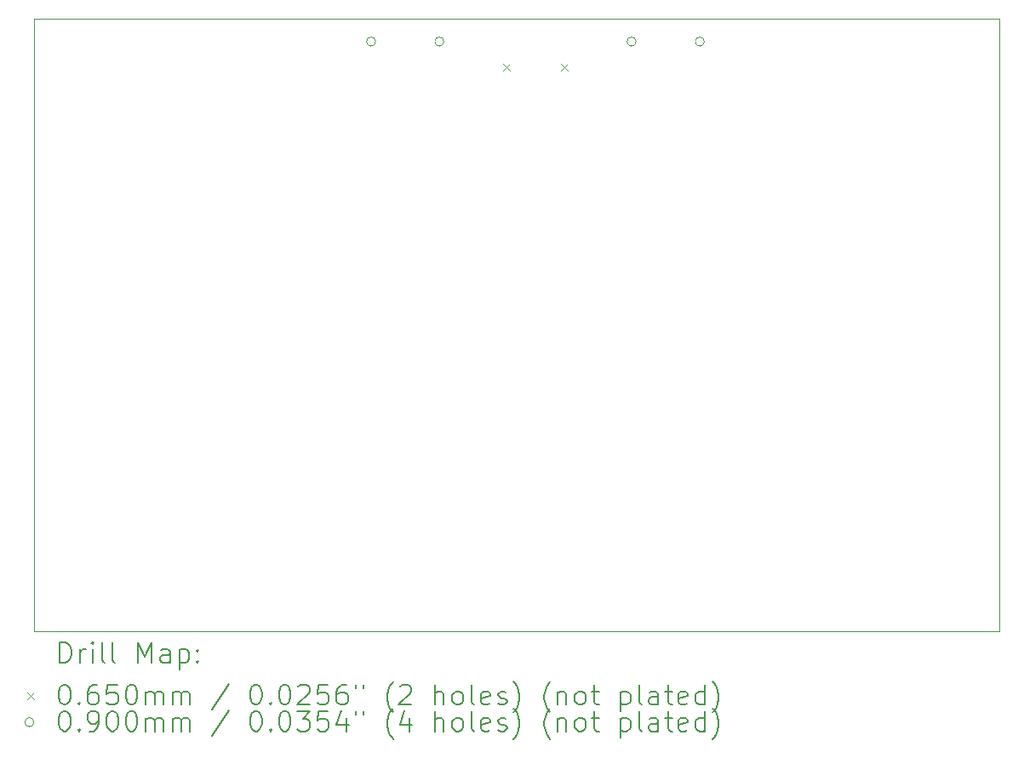
<source format=gbr>
%FSLAX45Y45*%
G04 Gerber Fmt 4.5, Leading zero omitted, Abs format (unit mm)*
G04 Created by KiCad (PCBNEW (6.0.2)) date 2023-09-30 20:53:12*
%MOMM*%
%LPD*%
G01*
G04 APERTURE LIST*
%TA.AperFunction,Profile*%
%ADD10C,0.100000*%
%TD*%
%ADD11C,0.200000*%
%ADD12C,0.065000*%
%ADD13C,0.090000*%
G04 APERTURE END LIST*
D10*
X10312400Y-3302000D02*
X14706600Y-3302000D01*
X10312400Y-9398000D02*
X10312400Y-3302000D01*
X19913600Y-3302000D02*
X19913600Y-9398000D01*
X17754600Y-3302000D02*
X19913600Y-3302000D01*
X18618200Y-9398000D02*
X10312400Y-9398000D01*
X14706600Y-3302000D02*
X16027400Y-3302000D01*
X19913600Y-9398000D02*
X18618200Y-9398000D01*
X16027400Y-3302000D02*
X17754600Y-3302000D01*
D11*
D12*
X14974380Y-3753840D02*
X15039380Y-3818840D01*
X15039380Y-3753840D02*
X14974380Y-3818840D01*
X15552380Y-3753840D02*
X15617380Y-3818840D01*
X15617380Y-3753840D02*
X15552380Y-3818840D01*
D13*
X13705480Y-3533340D02*
G75*
G03*
X13705480Y-3533340I-45000J0D01*
G01*
X14385480Y-3533340D02*
G75*
G03*
X14385480Y-3533340I-45000J0D01*
G01*
X16296280Y-3533340D02*
G75*
G03*
X16296280Y-3533340I-45000J0D01*
G01*
X16976280Y-3533340D02*
G75*
G03*
X16976280Y-3533340I-45000J0D01*
G01*
D11*
X10565019Y-9713476D02*
X10565019Y-9513476D01*
X10612638Y-9513476D01*
X10641210Y-9523000D01*
X10660257Y-9542048D01*
X10669781Y-9561095D01*
X10679305Y-9599190D01*
X10679305Y-9627762D01*
X10669781Y-9665857D01*
X10660257Y-9684905D01*
X10641210Y-9703952D01*
X10612638Y-9713476D01*
X10565019Y-9713476D01*
X10765019Y-9713476D02*
X10765019Y-9580143D01*
X10765019Y-9618238D02*
X10774543Y-9599190D01*
X10784067Y-9589667D01*
X10803114Y-9580143D01*
X10822162Y-9580143D01*
X10888829Y-9713476D02*
X10888829Y-9580143D01*
X10888829Y-9513476D02*
X10879305Y-9523000D01*
X10888829Y-9532524D01*
X10898352Y-9523000D01*
X10888829Y-9513476D01*
X10888829Y-9532524D01*
X11012638Y-9713476D02*
X10993590Y-9703952D01*
X10984067Y-9684905D01*
X10984067Y-9513476D01*
X11117400Y-9713476D02*
X11098352Y-9703952D01*
X11088829Y-9684905D01*
X11088829Y-9513476D01*
X11345971Y-9713476D02*
X11345971Y-9513476D01*
X11412638Y-9656333D01*
X11479305Y-9513476D01*
X11479305Y-9713476D01*
X11660257Y-9713476D02*
X11660257Y-9608714D01*
X11650733Y-9589667D01*
X11631686Y-9580143D01*
X11593590Y-9580143D01*
X11574543Y-9589667D01*
X11660257Y-9703952D02*
X11641209Y-9713476D01*
X11593590Y-9713476D01*
X11574543Y-9703952D01*
X11565019Y-9684905D01*
X11565019Y-9665857D01*
X11574543Y-9646810D01*
X11593590Y-9637286D01*
X11641209Y-9637286D01*
X11660257Y-9627762D01*
X11755495Y-9580143D02*
X11755495Y-9780143D01*
X11755495Y-9589667D02*
X11774543Y-9580143D01*
X11812638Y-9580143D01*
X11831686Y-9589667D01*
X11841209Y-9599190D01*
X11850733Y-9618238D01*
X11850733Y-9675381D01*
X11841209Y-9694429D01*
X11831686Y-9703952D01*
X11812638Y-9713476D01*
X11774543Y-9713476D01*
X11755495Y-9703952D01*
X11936448Y-9694429D02*
X11945971Y-9703952D01*
X11936448Y-9713476D01*
X11926924Y-9703952D01*
X11936448Y-9694429D01*
X11936448Y-9713476D01*
X11936448Y-9589667D02*
X11945971Y-9599190D01*
X11936448Y-9608714D01*
X11926924Y-9599190D01*
X11936448Y-9589667D01*
X11936448Y-9608714D01*
D12*
X10242400Y-10010500D02*
X10307400Y-10075500D01*
X10307400Y-10010500D02*
X10242400Y-10075500D01*
D11*
X10603114Y-9933476D02*
X10622162Y-9933476D01*
X10641210Y-9943000D01*
X10650733Y-9952524D01*
X10660257Y-9971571D01*
X10669781Y-10009667D01*
X10669781Y-10057286D01*
X10660257Y-10095381D01*
X10650733Y-10114429D01*
X10641210Y-10123952D01*
X10622162Y-10133476D01*
X10603114Y-10133476D01*
X10584067Y-10123952D01*
X10574543Y-10114429D01*
X10565019Y-10095381D01*
X10555495Y-10057286D01*
X10555495Y-10009667D01*
X10565019Y-9971571D01*
X10574543Y-9952524D01*
X10584067Y-9943000D01*
X10603114Y-9933476D01*
X10755495Y-10114429D02*
X10765019Y-10123952D01*
X10755495Y-10133476D01*
X10745971Y-10123952D01*
X10755495Y-10114429D01*
X10755495Y-10133476D01*
X10936448Y-9933476D02*
X10898352Y-9933476D01*
X10879305Y-9943000D01*
X10869781Y-9952524D01*
X10850733Y-9981095D01*
X10841210Y-10019190D01*
X10841210Y-10095381D01*
X10850733Y-10114429D01*
X10860257Y-10123952D01*
X10879305Y-10133476D01*
X10917400Y-10133476D01*
X10936448Y-10123952D01*
X10945971Y-10114429D01*
X10955495Y-10095381D01*
X10955495Y-10047762D01*
X10945971Y-10028714D01*
X10936448Y-10019190D01*
X10917400Y-10009667D01*
X10879305Y-10009667D01*
X10860257Y-10019190D01*
X10850733Y-10028714D01*
X10841210Y-10047762D01*
X11136448Y-9933476D02*
X11041210Y-9933476D01*
X11031686Y-10028714D01*
X11041210Y-10019190D01*
X11060257Y-10009667D01*
X11107876Y-10009667D01*
X11126924Y-10019190D01*
X11136448Y-10028714D01*
X11145971Y-10047762D01*
X11145971Y-10095381D01*
X11136448Y-10114429D01*
X11126924Y-10123952D01*
X11107876Y-10133476D01*
X11060257Y-10133476D01*
X11041210Y-10123952D01*
X11031686Y-10114429D01*
X11269781Y-9933476D02*
X11288828Y-9933476D01*
X11307876Y-9943000D01*
X11317400Y-9952524D01*
X11326924Y-9971571D01*
X11336448Y-10009667D01*
X11336448Y-10057286D01*
X11326924Y-10095381D01*
X11317400Y-10114429D01*
X11307876Y-10123952D01*
X11288828Y-10133476D01*
X11269781Y-10133476D01*
X11250733Y-10123952D01*
X11241209Y-10114429D01*
X11231686Y-10095381D01*
X11222162Y-10057286D01*
X11222162Y-10009667D01*
X11231686Y-9971571D01*
X11241209Y-9952524D01*
X11250733Y-9943000D01*
X11269781Y-9933476D01*
X11422162Y-10133476D02*
X11422162Y-10000143D01*
X11422162Y-10019190D02*
X11431686Y-10009667D01*
X11450733Y-10000143D01*
X11479305Y-10000143D01*
X11498352Y-10009667D01*
X11507876Y-10028714D01*
X11507876Y-10133476D01*
X11507876Y-10028714D02*
X11517400Y-10009667D01*
X11536448Y-10000143D01*
X11565019Y-10000143D01*
X11584067Y-10009667D01*
X11593590Y-10028714D01*
X11593590Y-10133476D01*
X11688828Y-10133476D02*
X11688828Y-10000143D01*
X11688828Y-10019190D02*
X11698352Y-10009667D01*
X11717400Y-10000143D01*
X11745971Y-10000143D01*
X11765019Y-10009667D01*
X11774543Y-10028714D01*
X11774543Y-10133476D01*
X11774543Y-10028714D02*
X11784067Y-10009667D01*
X11803114Y-10000143D01*
X11831686Y-10000143D01*
X11850733Y-10009667D01*
X11860257Y-10028714D01*
X11860257Y-10133476D01*
X12250733Y-9923952D02*
X12079305Y-10181095D01*
X12507876Y-9933476D02*
X12526924Y-9933476D01*
X12545971Y-9943000D01*
X12555495Y-9952524D01*
X12565019Y-9971571D01*
X12574543Y-10009667D01*
X12574543Y-10057286D01*
X12565019Y-10095381D01*
X12555495Y-10114429D01*
X12545971Y-10123952D01*
X12526924Y-10133476D01*
X12507876Y-10133476D01*
X12488828Y-10123952D01*
X12479305Y-10114429D01*
X12469781Y-10095381D01*
X12460257Y-10057286D01*
X12460257Y-10009667D01*
X12469781Y-9971571D01*
X12479305Y-9952524D01*
X12488828Y-9943000D01*
X12507876Y-9933476D01*
X12660257Y-10114429D02*
X12669781Y-10123952D01*
X12660257Y-10133476D01*
X12650733Y-10123952D01*
X12660257Y-10114429D01*
X12660257Y-10133476D01*
X12793590Y-9933476D02*
X12812638Y-9933476D01*
X12831686Y-9943000D01*
X12841209Y-9952524D01*
X12850733Y-9971571D01*
X12860257Y-10009667D01*
X12860257Y-10057286D01*
X12850733Y-10095381D01*
X12841209Y-10114429D01*
X12831686Y-10123952D01*
X12812638Y-10133476D01*
X12793590Y-10133476D01*
X12774543Y-10123952D01*
X12765019Y-10114429D01*
X12755495Y-10095381D01*
X12745971Y-10057286D01*
X12745971Y-10009667D01*
X12755495Y-9971571D01*
X12765019Y-9952524D01*
X12774543Y-9943000D01*
X12793590Y-9933476D01*
X12936448Y-9952524D02*
X12945971Y-9943000D01*
X12965019Y-9933476D01*
X13012638Y-9933476D01*
X13031686Y-9943000D01*
X13041209Y-9952524D01*
X13050733Y-9971571D01*
X13050733Y-9990619D01*
X13041209Y-10019190D01*
X12926924Y-10133476D01*
X13050733Y-10133476D01*
X13231686Y-9933476D02*
X13136448Y-9933476D01*
X13126924Y-10028714D01*
X13136448Y-10019190D01*
X13155495Y-10009667D01*
X13203114Y-10009667D01*
X13222162Y-10019190D01*
X13231686Y-10028714D01*
X13241209Y-10047762D01*
X13241209Y-10095381D01*
X13231686Y-10114429D01*
X13222162Y-10123952D01*
X13203114Y-10133476D01*
X13155495Y-10133476D01*
X13136448Y-10123952D01*
X13126924Y-10114429D01*
X13412638Y-9933476D02*
X13374543Y-9933476D01*
X13355495Y-9943000D01*
X13345971Y-9952524D01*
X13326924Y-9981095D01*
X13317400Y-10019190D01*
X13317400Y-10095381D01*
X13326924Y-10114429D01*
X13336448Y-10123952D01*
X13355495Y-10133476D01*
X13393590Y-10133476D01*
X13412638Y-10123952D01*
X13422162Y-10114429D01*
X13431686Y-10095381D01*
X13431686Y-10047762D01*
X13422162Y-10028714D01*
X13412638Y-10019190D01*
X13393590Y-10009667D01*
X13355495Y-10009667D01*
X13336448Y-10019190D01*
X13326924Y-10028714D01*
X13317400Y-10047762D01*
X13507876Y-9933476D02*
X13507876Y-9971571D01*
X13584067Y-9933476D02*
X13584067Y-9971571D01*
X13879305Y-10209667D02*
X13869781Y-10200143D01*
X13850733Y-10171571D01*
X13841209Y-10152524D01*
X13831686Y-10123952D01*
X13822162Y-10076333D01*
X13822162Y-10038238D01*
X13831686Y-9990619D01*
X13841209Y-9962048D01*
X13850733Y-9943000D01*
X13869781Y-9914429D01*
X13879305Y-9904905D01*
X13945971Y-9952524D02*
X13955495Y-9943000D01*
X13974543Y-9933476D01*
X14022162Y-9933476D01*
X14041209Y-9943000D01*
X14050733Y-9952524D01*
X14060257Y-9971571D01*
X14060257Y-9990619D01*
X14050733Y-10019190D01*
X13936448Y-10133476D01*
X14060257Y-10133476D01*
X14298352Y-10133476D02*
X14298352Y-9933476D01*
X14384067Y-10133476D02*
X14384067Y-10028714D01*
X14374543Y-10009667D01*
X14355495Y-10000143D01*
X14326924Y-10000143D01*
X14307876Y-10009667D01*
X14298352Y-10019190D01*
X14507876Y-10133476D02*
X14488828Y-10123952D01*
X14479305Y-10114429D01*
X14469781Y-10095381D01*
X14469781Y-10038238D01*
X14479305Y-10019190D01*
X14488828Y-10009667D01*
X14507876Y-10000143D01*
X14536448Y-10000143D01*
X14555495Y-10009667D01*
X14565019Y-10019190D01*
X14574543Y-10038238D01*
X14574543Y-10095381D01*
X14565019Y-10114429D01*
X14555495Y-10123952D01*
X14536448Y-10133476D01*
X14507876Y-10133476D01*
X14688828Y-10133476D02*
X14669781Y-10123952D01*
X14660257Y-10104905D01*
X14660257Y-9933476D01*
X14841209Y-10123952D02*
X14822162Y-10133476D01*
X14784067Y-10133476D01*
X14765019Y-10123952D01*
X14755495Y-10104905D01*
X14755495Y-10028714D01*
X14765019Y-10009667D01*
X14784067Y-10000143D01*
X14822162Y-10000143D01*
X14841209Y-10009667D01*
X14850733Y-10028714D01*
X14850733Y-10047762D01*
X14755495Y-10066810D01*
X14926924Y-10123952D02*
X14945971Y-10133476D01*
X14984067Y-10133476D01*
X15003114Y-10123952D01*
X15012638Y-10104905D01*
X15012638Y-10095381D01*
X15003114Y-10076333D01*
X14984067Y-10066810D01*
X14955495Y-10066810D01*
X14936448Y-10057286D01*
X14926924Y-10038238D01*
X14926924Y-10028714D01*
X14936448Y-10009667D01*
X14955495Y-10000143D01*
X14984067Y-10000143D01*
X15003114Y-10009667D01*
X15079305Y-10209667D02*
X15088828Y-10200143D01*
X15107876Y-10171571D01*
X15117400Y-10152524D01*
X15126924Y-10123952D01*
X15136448Y-10076333D01*
X15136448Y-10038238D01*
X15126924Y-9990619D01*
X15117400Y-9962048D01*
X15107876Y-9943000D01*
X15088828Y-9914429D01*
X15079305Y-9904905D01*
X15441209Y-10209667D02*
X15431686Y-10200143D01*
X15412638Y-10171571D01*
X15403114Y-10152524D01*
X15393590Y-10123952D01*
X15384067Y-10076333D01*
X15384067Y-10038238D01*
X15393590Y-9990619D01*
X15403114Y-9962048D01*
X15412638Y-9943000D01*
X15431686Y-9914429D01*
X15441209Y-9904905D01*
X15517400Y-10000143D02*
X15517400Y-10133476D01*
X15517400Y-10019190D02*
X15526924Y-10009667D01*
X15545971Y-10000143D01*
X15574543Y-10000143D01*
X15593590Y-10009667D01*
X15603114Y-10028714D01*
X15603114Y-10133476D01*
X15726924Y-10133476D02*
X15707876Y-10123952D01*
X15698352Y-10114429D01*
X15688828Y-10095381D01*
X15688828Y-10038238D01*
X15698352Y-10019190D01*
X15707876Y-10009667D01*
X15726924Y-10000143D01*
X15755495Y-10000143D01*
X15774543Y-10009667D01*
X15784067Y-10019190D01*
X15793590Y-10038238D01*
X15793590Y-10095381D01*
X15784067Y-10114429D01*
X15774543Y-10123952D01*
X15755495Y-10133476D01*
X15726924Y-10133476D01*
X15850733Y-10000143D02*
X15926924Y-10000143D01*
X15879305Y-9933476D02*
X15879305Y-10104905D01*
X15888828Y-10123952D01*
X15907876Y-10133476D01*
X15926924Y-10133476D01*
X16145971Y-10000143D02*
X16145971Y-10200143D01*
X16145971Y-10009667D02*
X16165019Y-10000143D01*
X16203114Y-10000143D01*
X16222162Y-10009667D01*
X16231686Y-10019190D01*
X16241209Y-10038238D01*
X16241209Y-10095381D01*
X16231686Y-10114429D01*
X16222162Y-10123952D01*
X16203114Y-10133476D01*
X16165019Y-10133476D01*
X16145971Y-10123952D01*
X16355495Y-10133476D02*
X16336448Y-10123952D01*
X16326924Y-10104905D01*
X16326924Y-9933476D01*
X16517400Y-10133476D02*
X16517400Y-10028714D01*
X16507876Y-10009667D01*
X16488828Y-10000143D01*
X16450733Y-10000143D01*
X16431686Y-10009667D01*
X16517400Y-10123952D02*
X16498352Y-10133476D01*
X16450733Y-10133476D01*
X16431686Y-10123952D01*
X16422162Y-10104905D01*
X16422162Y-10085857D01*
X16431686Y-10066810D01*
X16450733Y-10057286D01*
X16498352Y-10057286D01*
X16517400Y-10047762D01*
X16584067Y-10000143D02*
X16660257Y-10000143D01*
X16612638Y-9933476D02*
X16612638Y-10104905D01*
X16622162Y-10123952D01*
X16641209Y-10133476D01*
X16660257Y-10133476D01*
X16803114Y-10123952D02*
X16784067Y-10133476D01*
X16745971Y-10133476D01*
X16726924Y-10123952D01*
X16717400Y-10104905D01*
X16717400Y-10028714D01*
X16726924Y-10009667D01*
X16745971Y-10000143D01*
X16784067Y-10000143D01*
X16803114Y-10009667D01*
X16812638Y-10028714D01*
X16812638Y-10047762D01*
X16717400Y-10066810D01*
X16984067Y-10133476D02*
X16984067Y-9933476D01*
X16984067Y-10123952D02*
X16965019Y-10133476D01*
X16926924Y-10133476D01*
X16907876Y-10123952D01*
X16898352Y-10114429D01*
X16888829Y-10095381D01*
X16888829Y-10038238D01*
X16898352Y-10019190D01*
X16907876Y-10009667D01*
X16926924Y-10000143D01*
X16965019Y-10000143D01*
X16984067Y-10009667D01*
X17060257Y-10209667D02*
X17069781Y-10200143D01*
X17088829Y-10171571D01*
X17098352Y-10152524D01*
X17107876Y-10123952D01*
X17117400Y-10076333D01*
X17117400Y-10038238D01*
X17107876Y-9990619D01*
X17098352Y-9962048D01*
X17088829Y-9943000D01*
X17069781Y-9914429D01*
X17060257Y-9904905D01*
D13*
X10307400Y-10307000D02*
G75*
G03*
X10307400Y-10307000I-45000J0D01*
G01*
D11*
X10603114Y-10197476D02*
X10622162Y-10197476D01*
X10641210Y-10207000D01*
X10650733Y-10216524D01*
X10660257Y-10235571D01*
X10669781Y-10273667D01*
X10669781Y-10321286D01*
X10660257Y-10359381D01*
X10650733Y-10378429D01*
X10641210Y-10387952D01*
X10622162Y-10397476D01*
X10603114Y-10397476D01*
X10584067Y-10387952D01*
X10574543Y-10378429D01*
X10565019Y-10359381D01*
X10555495Y-10321286D01*
X10555495Y-10273667D01*
X10565019Y-10235571D01*
X10574543Y-10216524D01*
X10584067Y-10207000D01*
X10603114Y-10197476D01*
X10755495Y-10378429D02*
X10765019Y-10387952D01*
X10755495Y-10397476D01*
X10745971Y-10387952D01*
X10755495Y-10378429D01*
X10755495Y-10397476D01*
X10860257Y-10397476D02*
X10898352Y-10397476D01*
X10917400Y-10387952D01*
X10926924Y-10378429D01*
X10945971Y-10349857D01*
X10955495Y-10311762D01*
X10955495Y-10235571D01*
X10945971Y-10216524D01*
X10936448Y-10207000D01*
X10917400Y-10197476D01*
X10879305Y-10197476D01*
X10860257Y-10207000D01*
X10850733Y-10216524D01*
X10841210Y-10235571D01*
X10841210Y-10283190D01*
X10850733Y-10302238D01*
X10860257Y-10311762D01*
X10879305Y-10321286D01*
X10917400Y-10321286D01*
X10936448Y-10311762D01*
X10945971Y-10302238D01*
X10955495Y-10283190D01*
X11079305Y-10197476D02*
X11098352Y-10197476D01*
X11117400Y-10207000D01*
X11126924Y-10216524D01*
X11136448Y-10235571D01*
X11145971Y-10273667D01*
X11145971Y-10321286D01*
X11136448Y-10359381D01*
X11126924Y-10378429D01*
X11117400Y-10387952D01*
X11098352Y-10397476D01*
X11079305Y-10397476D01*
X11060257Y-10387952D01*
X11050733Y-10378429D01*
X11041210Y-10359381D01*
X11031686Y-10321286D01*
X11031686Y-10273667D01*
X11041210Y-10235571D01*
X11050733Y-10216524D01*
X11060257Y-10207000D01*
X11079305Y-10197476D01*
X11269781Y-10197476D02*
X11288828Y-10197476D01*
X11307876Y-10207000D01*
X11317400Y-10216524D01*
X11326924Y-10235571D01*
X11336448Y-10273667D01*
X11336448Y-10321286D01*
X11326924Y-10359381D01*
X11317400Y-10378429D01*
X11307876Y-10387952D01*
X11288828Y-10397476D01*
X11269781Y-10397476D01*
X11250733Y-10387952D01*
X11241209Y-10378429D01*
X11231686Y-10359381D01*
X11222162Y-10321286D01*
X11222162Y-10273667D01*
X11231686Y-10235571D01*
X11241209Y-10216524D01*
X11250733Y-10207000D01*
X11269781Y-10197476D01*
X11422162Y-10397476D02*
X11422162Y-10264143D01*
X11422162Y-10283190D02*
X11431686Y-10273667D01*
X11450733Y-10264143D01*
X11479305Y-10264143D01*
X11498352Y-10273667D01*
X11507876Y-10292714D01*
X11507876Y-10397476D01*
X11507876Y-10292714D02*
X11517400Y-10273667D01*
X11536448Y-10264143D01*
X11565019Y-10264143D01*
X11584067Y-10273667D01*
X11593590Y-10292714D01*
X11593590Y-10397476D01*
X11688828Y-10397476D02*
X11688828Y-10264143D01*
X11688828Y-10283190D02*
X11698352Y-10273667D01*
X11717400Y-10264143D01*
X11745971Y-10264143D01*
X11765019Y-10273667D01*
X11774543Y-10292714D01*
X11774543Y-10397476D01*
X11774543Y-10292714D02*
X11784067Y-10273667D01*
X11803114Y-10264143D01*
X11831686Y-10264143D01*
X11850733Y-10273667D01*
X11860257Y-10292714D01*
X11860257Y-10397476D01*
X12250733Y-10187952D02*
X12079305Y-10445095D01*
X12507876Y-10197476D02*
X12526924Y-10197476D01*
X12545971Y-10207000D01*
X12555495Y-10216524D01*
X12565019Y-10235571D01*
X12574543Y-10273667D01*
X12574543Y-10321286D01*
X12565019Y-10359381D01*
X12555495Y-10378429D01*
X12545971Y-10387952D01*
X12526924Y-10397476D01*
X12507876Y-10397476D01*
X12488828Y-10387952D01*
X12479305Y-10378429D01*
X12469781Y-10359381D01*
X12460257Y-10321286D01*
X12460257Y-10273667D01*
X12469781Y-10235571D01*
X12479305Y-10216524D01*
X12488828Y-10207000D01*
X12507876Y-10197476D01*
X12660257Y-10378429D02*
X12669781Y-10387952D01*
X12660257Y-10397476D01*
X12650733Y-10387952D01*
X12660257Y-10378429D01*
X12660257Y-10397476D01*
X12793590Y-10197476D02*
X12812638Y-10197476D01*
X12831686Y-10207000D01*
X12841209Y-10216524D01*
X12850733Y-10235571D01*
X12860257Y-10273667D01*
X12860257Y-10321286D01*
X12850733Y-10359381D01*
X12841209Y-10378429D01*
X12831686Y-10387952D01*
X12812638Y-10397476D01*
X12793590Y-10397476D01*
X12774543Y-10387952D01*
X12765019Y-10378429D01*
X12755495Y-10359381D01*
X12745971Y-10321286D01*
X12745971Y-10273667D01*
X12755495Y-10235571D01*
X12765019Y-10216524D01*
X12774543Y-10207000D01*
X12793590Y-10197476D01*
X12926924Y-10197476D02*
X13050733Y-10197476D01*
X12984067Y-10273667D01*
X13012638Y-10273667D01*
X13031686Y-10283190D01*
X13041209Y-10292714D01*
X13050733Y-10311762D01*
X13050733Y-10359381D01*
X13041209Y-10378429D01*
X13031686Y-10387952D01*
X13012638Y-10397476D01*
X12955495Y-10397476D01*
X12936448Y-10387952D01*
X12926924Y-10378429D01*
X13231686Y-10197476D02*
X13136448Y-10197476D01*
X13126924Y-10292714D01*
X13136448Y-10283190D01*
X13155495Y-10273667D01*
X13203114Y-10273667D01*
X13222162Y-10283190D01*
X13231686Y-10292714D01*
X13241209Y-10311762D01*
X13241209Y-10359381D01*
X13231686Y-10378429D01*
X13222162Y-10387952D01*
X13203114Y-10397476D01*
X13155495Y-10397476D01*
X13136448Y-10387952D01*
X13126924Y-10378429D01*
X13412638Y-10264143D02*
X13412638Y-10397476D01*
X13365019Y-10187952D02*
X13317400Y-10330810D01*
X13441209Y-10330810D01*
X13507876Y-10197476D02*
X13507876Y-10235571D01*
X13584067Y-10197476D02*
X13584067Y-10235571D01*
X13879305Y-10473667D02*
X13869781Y-10464143D01*
X13850733Y-10435571D01*
X13841209Y-10416524D01*
X13831686Y-10387952D01*
X13822162Y-10340333D01*
X13822162Y-10302238D01*
X13831686Y-10254619D01*
X13841209Y-10226048D01*
X13850733Y-10207000D01*
X13869781Y-10178429D01*
X13879305Y-10168905D01*
X14041209Y-10264143D02*
X14041209Y-10397476D01*
X13993590Y-10187952D02*
X13945971Y-10330810D01*
X14069781Y-10330810D01*
X14298352Y-10397476D02*
X14298352Y-10197476D01*
X14384067Y-10397476D02*
X14384067Y-10292714D01*
X14374543Y-10273667D01*
X14355495Y-10264143D01*
X14326924Y-10264143D01*
X14307876Y-10273667D01*
X14298352Y-10283190D01*
X14507876Y-10397476D02*
X14488828Y-10387952D01*
X14479305Y-10378429D01*
X14469781Y-10359381D01*
X14469781Y-10302238D01*
X14479305Y-10283190D01*
X14488828Y-10273667D01*
X14507876Y-10264143D01*
X14536448Y-10264143D01*
X14555495Y-10273667D01*
X14565019Y-10283190D01*
X14574543Y-10302238D01*
X14574543Y-10359381D01*
X14565019Y-10378429D01*
X14555495Y-10387952D01*
X14536448Y-10397476D01*
X14507876Y-10397476D01*
X14688828Y-10397476D02*
X14669781Y-10387952D01*
X14660257Y-10368905D01*
X14660257Y-10197476D01*
X14841209Y-10387952D02*
X14822162Y-10397476D01*
X14784067Y-10397476D01*
X14765019Y-10387952D01*
X14755495Y-10368905D01*
X14755495Y-10292714D01*
X14765019Y-10273667D01*
X14784067Y-10264143D01*
X14822162Y-10264143D01*
X14841209Y-10273667D01*
X14850733Y-10292714D01*
X14850733Y-10311762D01*
X14755495Y-10330810D01*
X14926924Y-10387952D02*
X14945971Y-10397476D01*
X14984067Y-10397476D01*
X15003114Y-10387952D01*
X15012638Y-10368905D01*
X15012638Y-10359381D01*
X15003114Y-10340333D01*
X14984067Y-10330810D01*
X14955495Y-10330810D01*
X14936448Y-10321286D01*
X14926924Y-10302238D01*
X14926924Y-10292714D01*
X14936448Y-10273667D01*
X14955495Y-10264143D01*
X14984067Y-10264143D01*
X15003114Y-10273667D01*
X15079305Y-10473667D02*
X15088828Y-10464143D01*
X15107876Y-10435571D01*
X15117400Y-10416524D01*
X15126924Y-10387952D01*
X15136448Y-10340333D01*
X15136448Y-10302238D01*
X15126924Y-10254619D01*
X15117400Y-10226048D01*
X15107876Y-10207000D01*
X15088828Y-10178429D01*
X15079305Y-10168905D01*
X15441209Y-10473667D02*
X15431686Y-10464143D01*
X15412638Y-10435571D01*
X15403114Y-10416524D01*
X15393590Y-10387952D01*
X15384067Y-10340333D01*
X15384067Y-10302238D01*
X15393590Y-10254619D01*
X15403114Y-10226048D01*
X15412638Y-10207000D01*
X15431686Y-10178429D01*
X15441209Y-10168905D01*
X15517400Y-10264143D02*
X15517400Y-10397476D01*
X15517400Y-10283190D02*
X15526924Y-10273667D01*
X15545971Y-10264143D01*
X15574543Y-10264143D01*
X15593590Y-10273667D01*
X15603114Y-10292714D01*
X15603114Y-10397476D01*
X15726924Y-10397476D02*
X15707876Y-10387952D01*
X15698352Y-10378429D01*
X15688828Y-10359381D01*
X15688828Y-10302238D01*
X15698352Y-10283190D01*
X15707876Y-10273667D01*
X15726924Y-10264143D01*
X15755495Y-10264143D01*
X15774543Y-10273667D01*
X15784067Y-10283190D01*
X15793590Y-10302238D01*
X15793590Y-10359381D01*
X15784067Y-10378429D01*
X15774543Y-10387952D01*
X15755495Y-10397476D01*
X15726924Y-10397476D01*
X15850733Y-10264143D02*
X15926924Y-10264143D01*
X15879305Y-10197476D02*
X15879305Y-10368905D01*
X15888828Y-10387952D01*
X15907876Y-10397476D01*
X15926924Y-10397476D01*
X16145971Y-10264143D02*
X16145971Y-10464143D01*
X16145971Y-10273667D02*
X16165019Y-10264143D01*
X16203114Y-10264143D01*
X16222162Y-10273667D01*
X16231686Y-10283190D01*
X16241209Y-10302238D01*
X16241209Y-10359381D01*
X16231686Y-10378429D01*
X16222162Y-10387952D01*
X16203114Y-10397476D01*
X16165019Y-10397476D01*
X16145971Y-10387952D01*
X16355495Y-10397476D02*
X16336448Y-10387952D01*
X16326924Y-10368905D01*
X16326924Y-10197476D01*
X16517400Y-10397476D02*
X16517400Y-10292714D01*
X16507876Y-10273667D01*
X16488828Y-10264143D01*
X16450733Y-10264143D01*
X16431686Y-10273667D01*
X16517400Y-10387952D02*
X16498352Y-10397476D01*
X16450733Y-10397476D01*
X16431686Y-10387952D01*
X16422162Y-10368905D01*
X16422162Y-10349857D01*
X16431686Y-10330810D01*
X16450733Y-10321286D01*
X16498352Y-10321286D01*
X16517400Y-10311762D01*
X16584067Y-10264143D02*
X16660257Y-10264143D01*
X16612638Y-10197476D02*
X16612638Y-10368905D01*
X16622162Y-10387952D01*
X16641209Y-10397476D01*
X16660257Y-10397476D01*
X16803114Y-10387952D02*
X16784067Y-10397476D01*
X16745971Y-10397476D01*
X16726924Y-10387952D01*
X16717400Y-10368905D01*
X16717400Y-10292714D01*
X16726924Y-10273667D01*
X16745971Y-10264143D01*
X16784067Y-10264143D01*
X16803114Y-10273667D01*
X16812638Y-10292714D01*
X16812638Y-10311762D01*
X16717400Y-10330810D01*
X16984067Y-10397476D02*
X16984067Y-10197476D01*
X16984067Y-10387952D02*
X16965019Y-10397476D01*
X16926924Y-10397476D01*
X16907876Y-10387952D01*
X16898352Y-10378429D01*
X16888829Y-10359381D01*
X16888829Y-10302238D01*
X16898352Y-10283190D01*
X16907876Y-10273667D01*
X16926924Y-10264143D01*
X16965019Y-10264143D01*
X16984067Y-10273667D01*
X17060257Y-10473667D02*
X17069781Y-10464143D01*
X17088829Y-10435571D01*
X17098352Y-10416524D01*
X17107876Y-10387952D01*
X17117400Y-10340333D01*
X17117400Y-10302238D01*
X17107876Y-10254619D01*
X17098352Y-10226048D01*
X17088829Y-10207000D01*
X17069781Y-10178429D01*
X17060257Y-10168905D01*
M02*

</source>
